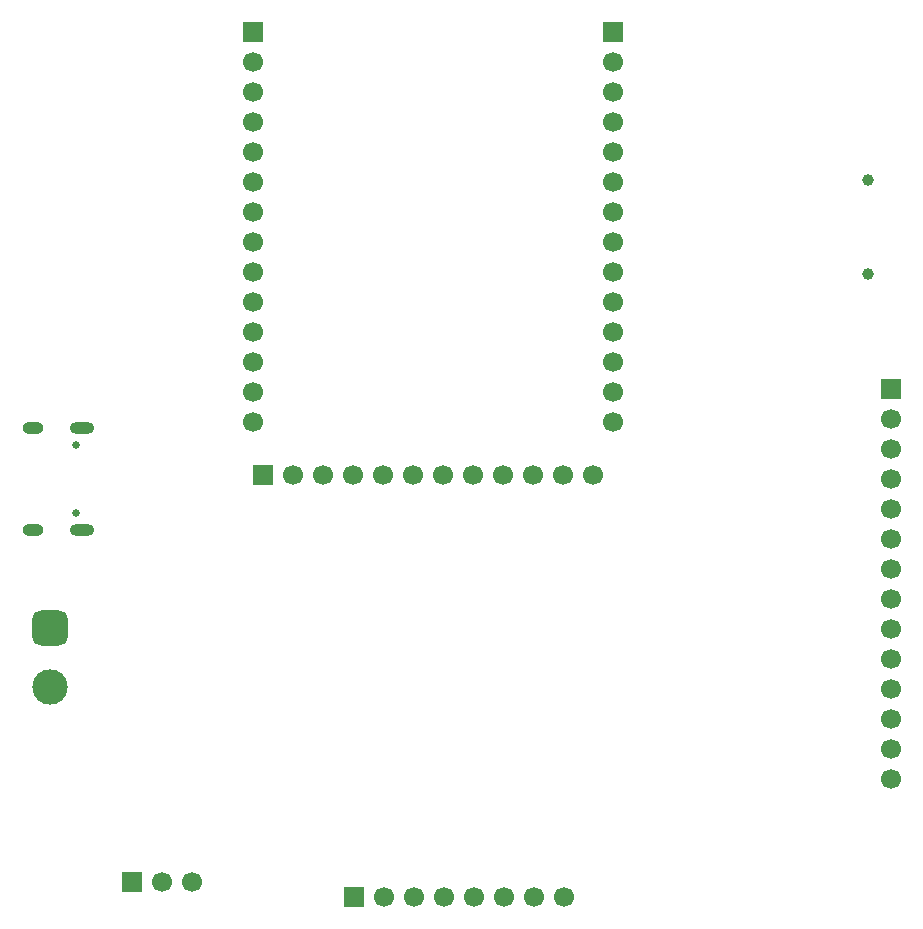
<source format=gbs>
G04 #@! TF.GenerationSoftware,KiCad,Pcbnew,9.0.7*
G04 #@! TF.CreationDate,2026-02-25T10:02:27-05:00*
G04 #@! TF.ProjectId,remigochi-pcb,72656d69-676f-4636-9869-2d7063622e6b,rev?*
G04 #@! TF.SameCoordinates,Original*
G04 #@! TF.FileFunction,Soldermask,Bot*
G04 #@! TF.FilePolarity,Negative*
%FSLAX46Y46*%
G04 Gerber Fmt 4.6, Leading zero omitted, Abs format (unit mm)*
G04 Created by KiCad (PCBNEW 9.0.7) date 2026-02-25 10:02:27*
%MOMM*%
%LPD*%
G01*
G04 APERTURE LIST*
G04 Aperture macros list*
%AMRoundRect*
0 Rectangle with rounded corners*
0 $1 Rounding radius*
0 $2 $3 $4 $5 $6 $7 $8 $9 X,Y pos of 4 corners*
0 Add a 4 corners polygon primitive as box body*
4,1,4,$2,$3,$4,$5,$6,$7,$8,$9,$2,$3,0*
0 Add four circle primitives for the rounded corners*
1,1,$1+$1,$2,$3*
1,1,$1+$1,$4,$5*
1,1,$1+$1,$6,$7*
1,1,$1+$1,$8,$9*
0 Add four rect primitives between the rounded corners*
20,1,$1+$1,$2,$3,$4,$5,0*
20,1,$1+$1,$4,$5,$6,$7,0*
20,1,$1+$1,$6,$7,$8,$9,0*
20,1,$1+$1,$8,$9,$2,$3,0*%
G04 Aperture macros list end*
%ADD10C,0.650000*%
%ADD11O,2.100000X1.000000*%
%ADD12O,1.800000X1.000000*%
%ADD13R,1.700000X1.700000*%
%ADD14C,1.700000*%
%ADD15RoundRect,0.750000X-0.750000X0.750000X-0.750000X-0.750000X0.750000X-0.750000X0.750000X0.750000X0*%
%ADD16C,3.000000*%
%ADD17C,0.999997*%
G04 APERTURE END LIST*
D10*
X118000000Y-99470000D03*
X118000000Y-105250000D03*
D11*
X118520000Y-98040000D03*
D12*
X114320000Y-98040000D03*
D11*
X118520000Y-106680000D03*
D12*
X114320000Y-106680000D03*
D13*
X163500000Y-64490000D03*
D14*
X163500000Y-67030000D03*
X163500000Y-69570000D03*
X163500000Y-72110000D03*
X163500000Y-74650000D03*
X163500000Y-77190000D03*
X163500000Y-79730000D03*
X163500000Y-82270000D03*
X163500000Y-84810000D03*
X163500000Y-87350000D03*
X163500000Y-89890000D03*
X163500000Y-92430000D03*
X163500000Y-94970000D03*
X163500000Y-97510000D03*
D13*
X122710000Y-136500000D03*
D14*
X125250000Y-136500000D03*
X127790000Y-136500000D03*
D13*
X187000000Y-94720000D03*
D14*
X187000000Y-97260000D03*
X187000000Y-99800000D03*
X187000000Y-102340000D03*
X187000000Y-104880000D03*
X187000000Y-107420000D03*
X187000000Y-109960000D03*
X187000000Y-112500000D03*
X187000000Y-115040000D03*
X187000000Y-117580000D03*
X187000000Y-120120000D03*
X187000000Y-122660000D03*
X187000000Y-125200000D03*
X187000000Y-127740000D03*
D13*
X133000000Y-64500000D03*
D14*
X133000000Y-67040000D03*
X133000000Y-69580000D03*
X133000000Y-72120000D03*
X133000000Y-74660000D03*
X133000000Y-77200000D03*
X133000000Y-79740000D03*
X133000000Y-82280000D03*
X133000000Y-84820000D03*
X133000000Y-87360000D03*
X133000000Y-89900000D03*
X133000000Y-92440000D03*
X133000000Y-94980000D03*
X133000000Y-97520000D03*
D13*
X133840000Y-102000000D03*
D14*
X136380000Y-102000000D03*
X138920000Y-102000000D03*
X141460000Y-102000000D03*
X144000000Y-102000000D03*
X146540000Y-102000000D03*
X149080000Y-102000000D03*
X151620000Y-102000000D03*
X154160000Y-102000000D03*
X156700000Y-102000000D03*
X159240000Y-102000000D03*
X161780000Y-102000000D03*
D15*
X115750000Y-115000000D03*
D16*
X115750000Y-120000000D03*
D17*
X185030600Y-85003800D03*
X185030600Y-77028200D03*
D13*
X141510000Y-137750000D03*
D14*
X144050000Y-137750000D03*
X146590000Y-137750000D03*
X149130000Y-137750000D03*
X151670000Y-137750000D03*
X154210000Y-137750000D03*
X156750000Y-137750000D03*
X159290000Y-137750000D03*
M02*

</source>
